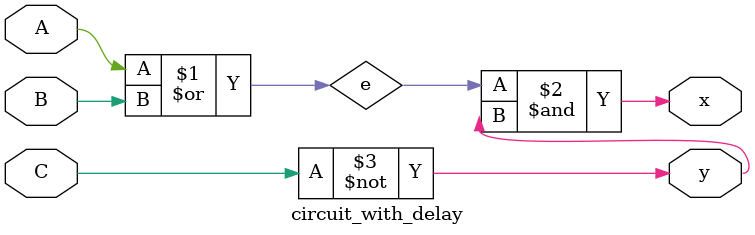
<source format=v>
module stimcrct;
    reg A, B, C;
    wire x, y;
    circuit_with_delay cwd(A, B, C, x, y);
    initial begin
        A = 1'b0; B = 1'b0; C = 1'b0;
        #50
        C = 1'b1;
        #50
        B = 1'b1; C = 1'b0;
        #50
        C = 1'b1;
        #50
        A = 1'b1; B = 1'b0; C = 1'b0;
        #50
        C = 1'b1;
        #50
        B = 1'b1; C = 1'b0;
        #50
        C = 1'b1;
        #50
        $finish;
    end

endmodule // stimcrct

module circuit_with_delay(A, B, C, x, y);
    input A, B, C;
    output x, y; 
    wire e;
    or  #30 g1(e, A, B);
    and #20 g3(x, e, y);
    not #10 g2(y, C);
endmodule // circuit_with_delay
</source>
